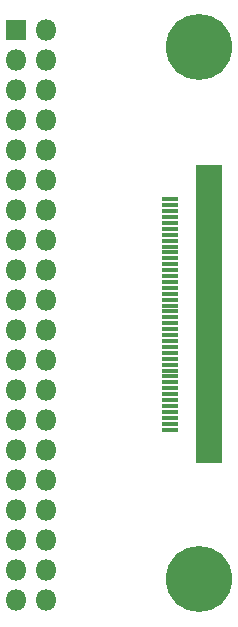
<source format=gbr>
%TF.GenerationSoftware,KiCad,Pcbnew,5.1.6*%
%TF.CreationDate,2020-06-27T21:13:43+02:00*%
%TF.ProjectId,hw,68772e6b-6963-4616-945f-706362585858,rev?*%
%TF.SameCoordinates,PX197b21e0PYf0cd820*%
%TF.FileFunction,Soldermask,Top*%
%TF.FilePolarity,Negative*%
%FSLAX46Y46*%
G04 Gerber Fmt 4.6, Leading zero omitted, Abs format (unit mm)*
G04 Created by KiCad (PCBNEW 5.1.6) date 2020-06-27 21:13:43*
%MOMM*%
%LPD*%
G01*
G04 APERTURE LIST*
%ADD10C,5.600000*%
%ADD11R,1.400000X0.400000*%
%ADD12R,2.300000X25.200000*%
%ADD13O,1.800000X1.800000*%
%ADD14R,1.800000X1.800000*%
G04 APERTURE END LIST*
D10*
%TO.C,H2*%
X15500000Y-46500000D03*
%TD*%
%TO.C,H1*%
X15500000Y-1500000D03*
%TD*%
D11*
%TO.C,J1*%
X13050000Y-14350000D03*
X13050000Y-14850000D03*
X13050000Y-15350000D03*
X13050000Y-15850000D03*
X13050000Y-16350000D03*
X13050000Y-16850000D03*
X13050000Y-17350000D03*
X13050000Y-17850000D03*
X13050000Y-18350000D03*
X13050000Y-18850000D03*
X13050000Y-19350000D03*
X13050000Y-19850000D03*
X13050000Y-20350000D03*
X13050000Y-20850000D03*
X13050000Y-21350000D03*
X13050000Y-21850000D03*
X13050000Y-22350000D03*
X13050000Y-22850000D03*
X13050000Y-23350000D03*
X13050000Y-23850000D03*
X13050000Y-24350000D03*
X13050000Y-24850000D03*
X13050000Y-25350000D03*
X13050000Y-25850000D03*
X13050000Y-26350000D03*
X13050000Y-26850000D03*
X13050000Y-27350000D03*
X13050000Y-27850000D03*
X13050000Y-28350000D03*
X13050000Y-28850000D03*
X13050000Y-29350000D03*
X13050000Y-29850000D03*
X13050000Y-30350000D03*
X13050000Y-30850000D03*
X13050000Y-31350000D03*
X13050000Y-31850000D03*
X13050000Y-32350000D03*
X13050000Y-32850000D03*
X13050000Y-33350000D03*
X13050000Y-33850000D03*
D12*
X16300000Y-24100000D03*
%TD*%
D13*
%TO.C,J2*%
X2540000Y-48260000D03*
X0Y-48260000D03*
X2540000Y-45720000D03*
X0Y-45720000D03*
X2540000Y-43180000D03*
X0Y-43180000D03*
X2540000Y-40640000D03*
X0Y-40640000D03*
X2540000Y-38100000D03*
X0Y-38100000D03*
X2540000Y-35560000D03*
X0Y-35560000D03*
X2540000Y-33020000D03*
X0Y-33020000D03*
X2540000Y-30480000D03*
X0Y-30480000D03*
X2540000Y-27940000D03*
X0Y-27940000D03*
X2540000Y-25400000D03*
X0Y-25400000D03*
X2540000Y-22860000D03*
X0Y-22860000D03*
X2540000Y-20320000D03*
X0Y-20320000D03*
X2540000Y-17780000D03*
X0Y-17780000D03*
X2540000Y-15240000D03*
X0Y-15240000D03*
X2540000Y-12700000D03*
X0Y-12700000D03*
X2540000Y-10160000D03*
X0Y-10160000D03*
X2540000Y-7620000D03*
X0Y-7620000D03*
X2540000Y-5080000D03*
X0Y-5080000D03*
X2540000Y-2540000D03*
X0Y-2540000D03*
X2540000Y0D03*
D14*
X0Y0D03*
%TD*%
M02*

</source>
